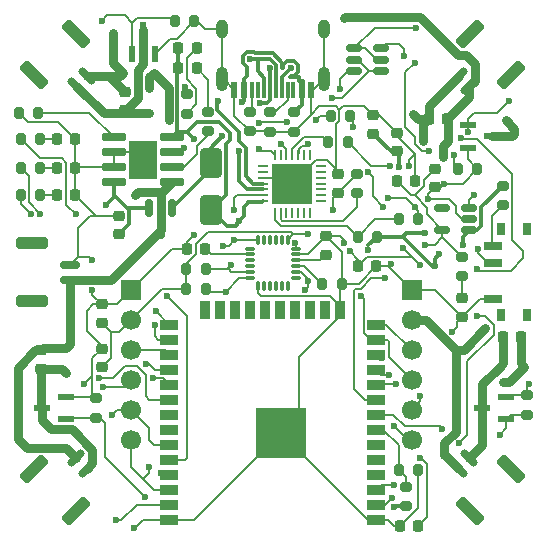
<source format=gbr>
%TF.GenerationSoftware,KiCad,Pcbnew,9.0.6*%
%TF.CreationDate,2026-01-08T21:46:16-05:00*%
%TF.ProjectId,espdroneea,65737064-726f-46e6-9565-612e6b696361,rev?*%
%TF.SameCoordinates,Original*%
%TF.FileFunction,Copper,L1,Top*%
%TF.FilePolarity,Positive*%
%FSLAX46Y46*%
G04 Gerber Fmt 4.6, Leading zero omitted, Abs format (unit mm)*
G04 Created by KiCad (PCBNEW 9.0.6) date 2026-01-08 21:46:16*
%MOMM*%
%LPD*%
G01*
G04 APERTURE LIST*
G04 Aperture macros list*
%AMRoundRect*
0 Rectangle with rounded corners*
0 $1 Rounding radius*
0 $2 $3 $4 $5 $6 $7 $8 $9 X,Y pos of 4 corners*
0 Add a 4 corners polygon primitive as box body*
4,1,4,$2,$3,$4,$5,$6,$7,$8,$9,$2,$3,0*
0 Add four circle primitives for the rounded corners*
1,1,$1+$1,$2,$3*
1,1,$1+$1,$4,$5*
1,1,$1+$1,$6,$7*
1,1,$1+$1,$8,$9*
0 Add four rect primitives between the rounded corners*
20,1,$1+$1,$2,$3,$4,$5,0*
20,1,$1+$1,$4,$5,$6,$7,0*
20,1,$1+$1,$6,$7,$8,$9,0*
20,1,$1+$1,$8,$9,$2,$3,0*%
G04 Aperture macros list end*
%TA.AperFunction,SMDPad,CuDef*%
%ADD10RoundRect,0.225000X0.250000X-0.225000X0.250000X0.225000X-0.250000X0.225000X-0.250000X-0.225000X0*%
%TD*%
%TA.AperFunction,SMDPad,CuDef*%
%ADD11RoundRect,0.200000X-0.200000X-0.275000X0.200000X-0.275000X0.200000X0.275000X-0.200000X0.275000X0*%
%TD*%
%TA.AperFunction,SMDPad,CuDef*%
%ADD12RoundRect,0.225000X-0.225000X-0.250000X0.225000X-0.250000X0.225000X0.250000X-0.225000X0.250000X0*%
%TD*%
%TA.AperFunction,SMDPad,CuDef*%
%ADD13R,0.800000X1.000000*%
%TD*%
%TA.AperFunction,SMDPad,CuDef*%
%ADD14R,1.500000X0.700000*%
%TD*%
%TA.AperFunction,SMDPad,CuDef*%
%ADD15RoundRect,0.200000X-0.275000X0.200000X-0.275000X-0.200000X0.275000X-0.200000X0.275000X0.200000X0*%
%TD*%
%TA.AperFunction,SMDPad,CuDef*%
%ADD16RoundRect,0.250000X0.650000X-1.000000X0.650000X1.000000X-0.650000X1.000000X-0.650000X-1.000000X0*%
%TD*%
%TA.AperFunction,SMDPad,CuDef*%
%ADD17RoundRect,0.218750X0.218750X0.256250X-0.218750X0.256250X-0.218750X-0.256250X0.218750X-0.256250X0*%
%TD*%
%TA.AperFunction,SMDPad,CuDef*%
%ADD18RoundRect,0.225000X-0.250000X0.225000X-0.250000X-0.225000X0.250000X-0.225000X0.250000X0.225000X0*%
%TD*%
%TA.AperFunction,SMDPad,CuDef*%
%ADD19RoundRect,0.075000X-0.910000X-0.225000X0.910000X-0.225000X0.910000X0.225000X-0.910000X0.225000X0*%
%TD*%
%TA.AperFunction,SMDPad,CuDef*%
%ADD20R,2.413000X3.302000*%
%TD*%
%TA.AperFunction,SMDPad,CuDef*%
%ADD21RoundRect,0.225000X0.225000X0.250000X-0.225000X0.250000X-0.225000X-0.250000X0.225000X-0.250000X0*%
%TD*%
%TA.AperFunction,SMDPad,CuDef*%
%ADD22RoundRect,0.200000X0.275000X-0.200000X0.275000X0.200000X-0.275000X0.200000X-0.275000X-0.200000X0*%
%TD*%
%TA.AperFunction,SMDPad,CuDef*%
%ADD23R,1.320800X0.558800*%
%TD*%
%TA.AperFunction,SMDPad,CuDef*%
%ADD24RoundRect,0.062500X-0.337500X-0.062500X0.337500X-0.062500X0.337500X0.062500X-0.337500X0.062500X0*%
%TD*%
%TA.AperFunction,SMDPad,CuDef*%
%ADD25RoundRect,0.062500X-0.062500X-0.337500X0.062500X-0.337500X0.062500X0.337500X-0.062500X0.337500X0*%
%TD*%
%TA.AperFunction,HeatsinkPad*%
%ADD26R,3.350000X3.350000*%
%TD*%
%TA.AperFunction,SMDPad,CuDef*%
%ADD27RoundRect,0.150000X-0.601041X-0.388909X-0.388909X-0.601041X0.601041X0.388909X0.388909X0.601041X0*%
%TD*%
%TA.AperFunction,SMDPad,CuDef*%
%ADD28RoundRect,0.250000X-0.954594X-0.601041X-0.601041X-0.954594X0.954594X0.601041X0.601041X0.954594X0*%
%TD*%
%TA.AperFunction,SMDPad,CuDef*%
%ADD29RoundRect,0.150000X-0.150000X0.587500X-0.150000X-0.587500X0.150000X-0.587500X0.150000X0.587500X0*%
%TD*%
%TA.AperFunction,SMDPad,CuDef*%
%ADD30RoundRect,0.112500X0.187500X0.112500X-0.187500X0.112500X-0.187500X-0.112500X0.187500X-0.112500X0*%
%TD*%
%TA.AperFunction,SMDPad,CuDef*%
%ADD31RoundRect,0.112500X-0.112500X0.187500X-0.112500X-0.187500X0.112500X-0.187500X0.112500X0.187500X0*%
%TD*%
%TA.AperFunction,SMDPad,CuDef*%
%ADD32RoundRect,0.075000X0.075000X-0.350000X0.075000X0.350000X-0.075000X0.350000X-0.075000X-0.350000X0*%
%TD*%
%TA.AperFunction,SMDPad,CuDef*%
%ADD33RoundRect,0.075000X0.350000X0.075000X-0.350000X0.075000X-0.350000X-0.075000X0.350000X-0.075000X0*%
%TD*%
%TA.AperFunction,SMDPad,CuDef*%
%ADD34R,0.600000X1.450000*%
%TD*%
%TA.AperFunction,SMDPad,CuDef*%
%ADD35R,0.300000X1.450000*%
%TD*%
%TA.AperFunction,ComponentPad*%
%ADD36O,1.000000X2.100000*%
%TD*%
%TA.AperFunction,ComponentPad*%
%ADD37O,1.000000X1.600000*%
%TD*%
%TA.AperFunction,SMDPad,CuDef*%
%ADD38RoundRect,0.150000X0.512500X0.150000X-0.512500X0.150000X-0.512500X-0.150000X0.512500X-0.150000X0*%
%TD*%
%TA.AperFunction,SMDPad,CuDef*%
%ADD39RoundRect,0.200000X0.200000X0.275000X-0.200000X0.275000X-0.200000X-0.275000X0.200000X-0.275000X0*%
%TD*%
%TA.AperFunction,SMDPad,CuDef*%
%ADD40RoundRect,0.150000X0.388909X-0.601041X0.601041X-0.388909X-0.388909X0.601041X-0.601041X0.388909X0*%
%TD*%
%TA.AperFunction,SMDPad,CuDef*%
%ADD41RoundRect,0.250000X0.601041X-0.954594X0.954594X-0.601041X-0.601041X0.954594X-0.954594X0.601041X0*%
%TD*%
%TA.AperFunction,SMDPad,CuDef*%
%ADD42RoundRect,0.150000X-0.700000X0.150000X-0.700000X-0.150000X0.700000X-0.150000X0.700000X0.150000X0*%
%TD*%
%TA.AperFunction,SMDPad,CuDef*%
%ADD43RoundRect,0.250000X-1.100000X0.250000X-1.100000X-0.250000X1.100000X-0.250000X1.100000X0.250000X0*%
%TD*%
%TA.AperFunction,ComponentPad*%
%ADD44R,1.700000X1.700000*%
%TD*%
%TA.AperFunction,ComponentPad*%
%ADD45C,1.700000*%
%TD*%
%TA.AperFunction,SMDPad,CuDef*%
%ADD46RoundRect,0.150000X-0.388909X0.601041X-0.601041X0.388909X0.388909X-0.601041X0.601041X-0.388909X0*%
%TD*%
%TA.AperFunction,SMDPad,CuDef*%
%ADD47RoundRect,0.250000X-0.601041X0.954594X-0.954594X0.601041X0.601041X-0.954594X0.954594X-0.601041X0*%
%TD*%
%TA.AperFunction,SMDPad,CuDef*%
%ADD48R,1.500000X0.900000*%
%TD*%
%TA.AperFunction,SMDPad,CuDef*%
%ADD49R,0.900000X1.500000*%
%TD*%
%TA.AperFunction,SMDPad,CuDef*%
%ADD50R,1.050000X1.050000*%
%TD*%
%TA.AperFunction,HeatsinkPad*%
%ADD51C,0.600000*%
%TD*%
%TA.AperFunction,HeatsinkPad*%
%ADD52R,4.200000X4.200000*%
%TD*%
%TA.AperFunction,SMDPad,CuDef*%
%ADD53RoundRect,0.218750X0.256250X-0.218750X0.256250X0.218750X-0.256250X0.218750X-0.256250X-0.218750X0*%
%TD*%
%TA.AperFunction,SMDPad,CuDef*%
%ADD54RoundRect,0.150000X0.601041X0.388909X0.388909X0.601041X-0.601041X-0.388909X-0.388909X-0.601041X0*%
%TD*%
%TA.AperFunction,SMDPad,CuDef*%
%ADD55RoundRect,0.250000X0.954594X0.601041X0.601041X0.954594X-0.954594X-0.601041X-0.601041X-0.954594X0*%
%TD*%
%TA.AperFunction,SMDPad,CuDef*%
%ADD56R,0.558800X1.320800*%
%TD*%
%TA.AperFunction,ViaPad*%
%ADD57C,0.600000*%
%TD*%
%TA.AperFunction,Conductor*%
%ADD58C,0.300000*%
%TD*%
%TA.AperFunction,Conductor*%
%ADD59C,0.200000*%
%TD*%
%TA.AperFunction,Conductor*%
%ADD60C,0.780000*%
%TD*%
G04 APERTURE END LIST*
D10*
%TO.P,C7,1*%
%TO.N,Net-(U4-REGOUT)*%
X127000000Y-121025000D03*
%TO.P,C7,2*%
%TO.N,GND*%
X127000000Y-119475000D03*
%TD*%
D11*
%TO.P,R24,1*%
%TO.N,/ESP32/LED2*%
X101137500Y-113650000D03*
%TO.P,R24,2*%
%TO.N,Net-(D10-A)*%
X102787500Y-113650000D03*
%TD*%
D12*
%TO.P,C2,1*%
%TO.N,+3V3*%
X132975000Y-114750000D03*
%TO.P,C2,2*%
%TO.N,GND*%
X134525000Y-114750000D03*
%TD*%
D13*
%TO.P,SW1,*%
%TO.N,*%
X141790000Y-126150000D03*
X144000000Y-126150000D03*
X141790000Y-118850000D03*
X144000000Y-118850000D03*
D14*
%TO.P,SW1,1,A*%
%TO.N,GND*%
X141140000Y-124750000D03*
%TO.P,SW1,2,B*%
%TO.N,LDO_EN*%
X141140000Y-121750000D03*
%TO.P,SW1,3,C*%
%TO.N,Net-(SW1-C)*%
X141140000Y-120250000D03*
%TD*%
D11*
%TO.P,R7,1*%
%TO.N,Net-(U4-AD0)*%
X126675000Y-123500000D03*
%TO.P,R7,2*%
%TO.N,GND*%
X128325000Y-123500000D03*
%TD*%
D15*
%TO.P,R14,1*%
%TO.N,Net-(D7-K)*%
X117000000Y-108925000D03*
%TO.P,R14,2*%
%TO.N,Net-(U5-~{STDBY})*%
X117000000Y-110575000D03*
%TD*%
D11*
%TO.P,R9,1*%
%TO.N,/ESP32/Motor2*%
X138175000Y-113750000D03*
%TO.P,R9,2*%
%TO.N,GND*%
X139825000Y-113750000D03*
%TD*%
D16*
%TO.P,D1,1,K*%
%TO.N,+VBus*%
X117250000Y-117250000D03*
%TO.P,D1,2,A*%
%TO.N,+5V*%
X117250000Y-113250000D03*
%TD*%
D11*
%TO.P,R25,1*%
%TO.N,/ESP32/LED3*%
X101137500Y-111250000D03*
%TO.P,R25,2*%
%TO.N,Net-(D11-A)*%
X102787500Y-111250000D03*
%TD*%
D17*
%TO.P,D7,1,K*%
%TO.N,Net-(D7-K)*%
X116037500Y-105250000D03*
%TO.P,D7,2,A*%
%TO.N,+VBus*%
X114462500Y-105250000D03*
%TD*%
D11*
%TO.P,R22,1*%
%TO.N,/ESP32/RXD*%
X127175000Y-111500000D03*
%TO.P,R22,2*%
%TO.N,/ESP32/TX*%
X128825000Y-111500000D03*
%TD*%
D18*
%TO.P,C16,1*%
%TO.N,+3V3*%
X136250000Y-113725000D03*
%TO.P,C16,2*%
%TO.N,GND*%
X136250000Y-115275000D03*
%TD*%
D15*
%TO.P,R2,1*%
%TO.N,/Power/CC1*%
X122300000Y-108975000D03*
%TO.P,R2,2*%
%TO.N,GND*%
X122300000Y-110625000D03*
%TD*%
D19*
%TO.P,U5,1,TEMP*%
%TO.N,Net-(U5-TEMP)*%
X109025000Y-111085000D03*
%TO.P,U5,2,PROG*%
%TO.N,GND*%
X109025000Y-112355000D03*
%TO.P,U5,3,GND*%
X109025000Y-113625000D03*
%TO.P,U5,4,VCC*%
%TO.N,+VBus*%
X109025000Y-114895000D03*
%TO.P,U5,5,BAT*%
%TO.N,+VBatt*%
X113975000Y-114895000D03*
%TO.P,U5,6,~{STDBY}*%
%TO.N,Net-(U5-~{STDBY})*%
X113975000Y-113625000D03*
%TO.P,U5,7,~{CHRG}*%
%TO.N,Net-(U5-~{CHRG})*%
X113975000Y-112355000D03*
%TO.P,U5,8,CE*%
%TO.N,+VBus*%
X113975000Y-111085000D03*
D20*
%TO.P,U5,9,EP*%
%TO.N,GND*%
X111500000Y-112990000D03*
%TD*%
D10*
%TO.P,C4,1*%
%TO.N,+3V3*%
X108000000Y-130550000D03*
%TO.P,C4,2*%
%TO.N,GND*%
X108000000Y-129000000D03*
%TD*%
D21*
%TO.P,C8,1*%
%TO.N,Net-(U4-CPOUT)*%
X116775000Y-120500000D03*
%TO.P,C8,2*%
%TO.N,GND*%
X115225000Y-120500000D03*
%TD*%
D10*
%TO.P,C5,1*%
%TO.N,+3V3*%
X108000000Y-126775000D03*
%TO.P,C5,2*%
%TO.N,GND*%
X108000000Y-125225000D03*
%TD*%
D22*
%TO.P,R10,1*%
%TO.N,/ESP32/Motor3*%
X107500000Y-134825000D03*
%TO.P,R10,2*%
%TO.N,GND*%
X107500000Y-133175000D03*
%TD*%
D23*
%TO.P,U7,1,G*%
%TO.N,/ESP32/Motor2*%
X138984000Y-110049999D03*
%TO.P,U7,2,S*%
%TO.N,GND*%
X138984000Y-111950001D03*
%TO.P,U7,3,D*%
%TO.N,Net-(D4-A)*%
X141016000Y-111000000D03*
%TD*%
D21*
%TO.P,C10,1*%
%TO.N,+VBatt*%
X137275000Y-109500000D03*
%TO.P,C10,2*%
%TO.N,Net-(D4-A)*%
X135725000Y-109500000D03*
%TD*%
%TO.P,C12,1*%
%TO.N,+VBatt*%
X143525000Y-128000000D03*
%TO.P,C12,2*%
%TO.N,Net-(D6-A)*%
X141975000Y-128000000D03*
%TD*%
D24*
%TO.P,U1,1,~{DCD}*%
%TO.N,unconnected-(U1-~{DCD}-Pad1)*%
X121700000Y-113500000D03*
%TO.P,U1,2,~{RI}/CLK*%
%TO.N,unconnected-(U1-~{RI}{slash}CLK-Pad2)*%
X121700000Y-114000000D03*
%TO.P,U1,3,GND*%
%TO.N,GND*%
X121700000Y-114500000D03*
%TO.P,U1,4,D+*%
%TO.N,/ESP32/USB_DP*%
X121700000Y-115000000D03*
%TO.P,U1,5,D-*%
%TO.N,/ESP32/USB_DN*%
X121700000Y-115500000D03*
%TO.P,U1,6,VDD*%
%TO.N,Net-(U1-VDD)*%
X121700000Y-116000000D03*
%TO.P,U1,7,VREGIN*%
%TO.N,+VBus*%
X121700000Y-116500000D03*
D25*
%TO.P,U1,8,VBUS*%
%TO.N,Net-(U1-VBUS)*%
X122650000Y-117450000D03*
%TO.P,U1,9,~{RST}*%
%TO.N,Net-(U1-~{RST})*%
X123150000Y-117450000D03*
%TO.P,U1,10,NC*%
%TO.N,unconnected-(U1-NC-Pad10)*%
X123650000Y-117450000D03*
%TO.P,U1,11,~{SUSPEND}*%
%TO.N,unconnected-(U1-~{SUSPEND}-Pad11)*%
X124150000Y-117450000D03*
%TO.P,U1,12,SUSPEND*%
%TO.N,unconnected-(U1-SUSPEND-Pad12)*%
X124650000Y-117450000D03*
%TO.P,U1,13,CHREN*%
%TO.N,unconnected-(U1-CHREN-Pad13)*%
X125150000Y-117450000D03*
%TO.P,U1,14,CHR1*%
%TO.N,unconnected-(U1-CHR1-Pad14)*%
X125650000Y-117450000D03*
D24*
%TO.P,U1,15,CHR0*%
%TO.N,unconnected-(U1-CHR0-Pad15)*%
X126600000Y-116500000D03*
%TO.P,U1,16,~{WAKEUP}/GPIO.3*%
%TO.N,unconnected-(U1-~{WAKEUP}{slash}GPIO.3-Pad16)*%
X126600000Y-116000000D03*
%TO.P,U1,17,RS485/GPIO.2*%
%TO.N,unconnected-(U1-RS485{slash}GPIO.2-Pad17)*%
X126600000Y-115500000D03*
%TO.P,U1,18,~{RXT}/GPIO.1*%
%TO.N,unconnected-(U1-~{RXT}{slash}GPIO.1-Pad18)*%
X126600000Y-115000000D03*
%TO.P,U1,19,~{TXT}/GPIO.0*%
%TO.N,unconnected-(U1-~{TXT}{slash}GPIO.0-Pad19)*%
X126600000Y-114500000D03*
%TO.P,U1,20,GPIO.6*%
%TO.N,unconnected-(U1-GPIO.6-Pad20)*%
X126600000Y-114000000D03*
%TO.P,U1,21,GPIO.5*%
%TO.N,unconnected-(U1-GPIO.5-Pad21)*%
X126600000Y-113500000D03*
D25*
%TO.P,U1,22,GPIO.4*%
%TO.N,unconnected-(U1-GPIO.4-Pad22)*%
X125650000Y-112550000D03*
%TO.P,U1,23,~{CTS}*%
%TO.N,unconnected-(U1-~{CTS}-Pad23)*%
X125150000Y-112550000D03*
%TO.P,U1,24,~{RTS}*%
%TO.N,/ESP32/RTS*%
X124650000Y-112550000D03*
%TO.P,U1,25,RXD*%
%TO.N,/ESP32/RXD*%
X124150000Y-112550000D03*
%TO.P,U1,26,TXD*%
%TO.N,/ESP32/TXD*%
X123650000Y-112550000D03*
%TO.P,U1,27,~{DSR}*%
%TO.N,unconnected-(U1-~{DSR}-Pad27)*%
X123150000Y-112550000D03*
%TO.P,U1,28,~{DTR}*%
%TO.N,/ESP32/DTR*%
X122650000Y-112550000D03*
D26*
%TO.P,U1,29,GND*%
%TO.N,GND*%
X124150000Y-115000000D03*
%TD*%
D27*
%TO.P,J4,1,Pin_1*%
%TO.N,+VBatt*%
X105866206Y-138249911D03*
%TO.P,J4,2,Pin_2*%
%TO.N,Net-(D5-A)*%
X106750089Y-139133794D03*
D28*
%TO.P,J4,MP*%
%TO.N,N/C*%
X102295317Y-139204505D03*
X105795495Y-142704683D03*
%TD*%
D29*
%TO.P,Q1,1,G*%
%TO.N,+5V*%
X113950000Y-117062500D03*
%TO.P,Q1,2,S*%
%TO.N,+VBus*%
X112050000Y-117062500D03*
%TO.P,Q1,3,D*%
%TO.N,+VBatt*%
X113000000Y-118937500D03*
%TD*%
D11*
%TO.P,R5,1*%
%TO.N,+3V3*%
X115175000Y-122250000D03*
%TO.P,R5,2*%
%TO.N,/ESP32/SCL*%
X116825000Y-122250000D03*
%TD*%
D15*
%TO.P,R4,1*%
%TO.N,+3V3*%
X138500000Y-121175000D03*
%TO.P,R4,2*%
%TO.N,Net-(D2-A)*%
X138500000Y-122825000D03*
%TD*%
D30*
%TO.P,D6,1,K*%
%TO.N,+VBatt*%
X143800000Y-130500000D03*
%TO.P,D6,2,A*%
%TO.N,Net-(D6-A)*%
X141700000Y-130500000D03*
%TD*%
D22*
%TO.P,R15,1*%
%TO.N,Net-(D8-K)*%
X115250000Y-109075000D03*
%TO.P,R15,2*%
%TO.N,Net-(U5-~{CHRG})*%
X115250000Y-107425000D03*
%TD*%
D17*
%TO.P,D11,1,K*%
%TO.N,GND*%
X105787500Y-111240000D03*
%TO.P,D11,2,A*%
%TO.N,Net-(D11-A)*%
X104212500Y-111240000D03*
%TD*%
D31*
%TO.P,D5,1,K*%
%TO.N,+VBatt*%
X105000000Y-128950000D03*
%TO.P,D5,2,A*%
%TO.N,Net-(D5-A)*%
X105000000Y-131050000D03*
%TD*%
D15*
%TO.P,R17,1*%
%TO.N,+VBus*%
X142000000Y-115175000D03*
%TO.P,R17,2*%
%TO.N,Net-(SW1-C)*%
X142000000Y-116825000D03*
%TD*%
D32*
%TO.P,U4,1,CLKIN*%
%TO.N,GND*%
X121250000Y-123700000D03*
%TO.P,U4,2,NC*%
%TO.N,unconnected-(U4-NC-Pad2)*%
X121750000Y-123700000D03*
%TO.P,U4,3,NC*%
%TO.N,unconnected-(U4-NC-Pad3)*%
X122250000Y-123700000D03*
%TO.P,U4,4,NC*%
%TO.N,unconnected-(U4-NC-Pad4)*%
X122750000Y-123700000D03*
%TO.P,U4,5,NC*%
%TO.N,unconnected-(U4-NC-Pad5)*%
X123250000Y-123700000D03*
%TO.P,U4,6,AUX_DA*%
%TO.N,unconnected-(U4-AUX_DA-Pad6)*%
X123750000Y-123700000D03*
D33*
%TO.P,U4,7,AUX_CL*%
%TO.N,unconnected-(U4-AUX_CL-Pad7)*%
X124450000Y-123000000D03*
%TO.P,U4,8,VLOGIC*%
%TO.N,+3V3*%
X124450000Y-122500000D03*
%TO.P,U4,9,AD0*%
%TO.N,Net-(U4-AD0)*%
X124450000Y-122000000D03*
%TO.P,U4,10,REGOUT*%
%TO.N,Net-(U4-REGOUT)*%
X124450000Y-121500000D03*
%TO.P,U4,11,FSYNC*%
%TO.N,GND*%
X124450000Y-121000000D03*
%TO.P,U4,12,INT*%
%TO.N,/ESP32/SRV2*%
X124450000Y-120500000D03*
D32*
%TO.P,U4,13,VDD*%
%TO.N,+3V3*%
X123750000Y-119800000D03*
%TO.P,U4,14,NC*%
%TO.N,unconnected-(U4-NC-Pad14)*%
X123250000Y-119800000D03*
%TO.P,U4,15,NC*%
%TO.N,unconnected-(U4-NC-Pad15)*%
X122750000Y-119800000D03*
%TO.P,U4,16,NC*%
%TO.N,unconnected-(U4-NC-Pad16)*%
X122250000Y-119800000D03*
%TO.P,U4,17,NC*%
%TO.N,unconnected-(U4-NC-Pad17)*%
X121750000Y-119800000D03*
%TO.P,U4,18,GND*%
%TO.N,GND*%
X121250000Y-119800000D03*
D33*
%TO.P,U4,19,RESV*%
%TO.N,unconnected-(U4-RESV-Pad19)*%
X120550000Y-120500000D03*
%TO.P,U4,20,CPOUT*%
%TO.N,Net-(U4-CPOUT)*%
X120550000Y-121000000D03*
%TO.P,U4,21,RESV*%
%TO.N,unconnected-(U4-RESV-Pad21)*%
X120550000Y-121500000D03*
%TO.P,U4,22,RESV*%
%TO.N,unconnected-(U4-RESV-Pad22)*%
X120550000Y-122000000D03*
%TO.P,U4,23,SCL*%
%TO.N,/ESP32/SCL*%
X120550000Y-122500000D03*
%TO.P,U4,24,SDA*%
%TO.N,/ESP32/SDA*%
X120550000Y-123000000D03*
%TD*%
D34*
%TO.P,J1,A1,GND*%
%TO.N,GND*%
X125750000Y-107045000D03*
%TO.P,J1,A4,VBUS*%
%TO.N,+5V*%
X124950000Y-107045000D03*
D35*
%TO.P,J1,A5,CC1*%
%TO.N,/Power/CC1*%
X123750000Y-107045000D03*
%TO.P,J1,A6,D+*%
%TO.N,/ESP32/USB_DP*%
X122750000Y-107045000D03*
%TO.P,J1,A7,D-*%
%TO.N,/ESP32/USB_DN*%
X122250000Y-107045000D03*
%TO.P,J1,A8,SBU1*%
%TO.N,unconnected-(J1-SBU1-PadA8)*%
X121250000Y-107045000D03*
D34*
%TO.P,J1,A9,VBUS*%
%TO.N,+5V*%
X120050000Y-107045000D03*
%TO.P,J1,A12,GND*%
%TO.N,GND*%
X119250000Y-107045000D03*
%TO.P,J1,B1,GND*%
X119250000Y-107045000D03*
%TO.P,J1,B4,VBUS*%
%TO.N,+5V*%
X120050000Y-107045000D03*
D35*
%TO.P,J1,B5,CC2*%
%TO.N,/Power/CC2*%
X120750000Y-107045000D03*
%TO.P,J1,B6,D+*%
%TO.N,/ESP32/USB_DP*%
X121750000Y-107045000D03*
%TO.P,J1,B7,D-*%
%TO.N,/ESP32/USB_DN*%
X123250000Y-107045000D03*
%TO.P,J1,B8,SBU2*%
%TO.N,unconnected-(J1-SBU2-PadB8)*%
X124250000Y-107045000D03*
D34*
%TO.P,J1,B9,VBUS*%
%TO.N,+5V*%
X124950000Y-107045000D03*
%TO.P,J1,B12,GND*%
%TO.N,GND*%
X125750000Y-107045000D03*
D36*
%TO.P,J1,S1,SHIELD*%
X126820000Y-106130000D03*
D37*
X126820000Y-101950000D03*
D36*
X118180000Y-106130000D03*
D37*
X118180000Y-101950000D03*
%TD*%
D38*
%TO.P,U2,1,IN*%
%TO.N,+VBus*%
X139137500Y-118950000D03*
%TO.P,U2,2,GND*%
%TO.N,GND*%
X139137500Y-118000000D03*
%TO.P,U2,3,EN*%
%TO.N,LDO_EN*%
X139137500Y-117050000D03*
%TO.P,U2,4,BP*%
%TO.N,unconnected-(U2-BP-Pad4)*%
X136862500Y-117050000D03*
%TO.P,U2,5,OUT*%
%TO.N,+3V3*%
X136862500Y-118950000D03*
%TD*%
D39*
%TO.P,R16,1*%
%TO.N,Net-(U5-TEMP)*%
X102650000Y-109000000D03*
%TO.P,R16,2*%
%TO.N,GND*%
X101000000Y-109000000D03*
%TD*%
D40*
%TO.P,J5,1,Pin_1*%
%TO.N,+VBatt*%
X138249911Y-139133794D03*
%TO.P,J5,2,Pin_2*%
%TO.N,Net-(D6-A)*%
X139133794Y-138249911D03*
D41*
%TO.P,J5,MP*%
%TO.N,N/C*%
X139204505Y-142704683D03*
X142704683Y-139204505D03*
%TD*%
D42*
%TO.P,J6,1,Pin_1*%
%TO.N,GND*%
X105350000Y-121875000D03*
%TO.P,J6,2,Pin_2*%
%TO.N,+VBatt*%
X105350000Y-123125000D03*
D43*
%TO.P,J6,MP*%
%TO.N,N/C*%
X102150000Y-120025000D03*
X102150000Y-124975000D03*
%TD*%
D10*
%TO.P,C13,1*%
%TO.N,Net-(U1-VDD)*%
X128000000Y-115775000D03*
%TO.P,C13,2*%
%TO.N,GND*%
X128000000Y-114225000D03*
%TD*%
D44*
%TO.P,J7,1,Pin_1*%
%TO.N,GND*%
X110500000Y-124000000D03*
D45*
%TO.P,J7,2,Pin_2*%
%TO.N,+3V3*%
X110500000Y-126540000D03*
%TO.P,J7,3,Pin_3*%
%TO.N,/ESP32/RXD2*%
X110500000Y-129080000D03*
%TO.P,J7,4,Pin_4*%
%TO.N,/ESP32/TXD2*%
X110500000Y-131620000D03*
%TO.P,J7,5,Pin_5*%
%TO.N,/ESP32/SDA*%
X110500000Y-134160000D03*
%TO.P,J7,6,Pin_6*%
%TO.N,/ESP32/SCL*%
X110500000Y-136700000D03*
%TD*%
D31*
%TO.P,D3,1,K*%
%TO.N,+VBatt*%
X112000000Y-106950000D03*
%TO.P,D3,2,A*%
%TO.N,Net-(D3-A)*%
X112000000Y-109050000D03*
%TD*%
D11*
%TO.P,R21,1*%
%TO.N,/ESP32/TXD*%
X127425000Y-109250000D03*
%TO.P,R21,2*%
%TO.N,/ESP32/RX*%
X129075000Y-109250000D03*
%TD*%
D21*
%TO.P,C3,1*%
%TO.N,/ESP32/EN*%
X134775000Y-144000000D03*
%TO.P,C3,2*%
%TO.N,GND*%
X133225000Y-144000000D03*
%TD*%
D11*
%TO.P,R19,1*%
%TO.N,Net-(U1-VBUS)*%
X133175000Y-118000000D03*
%TO.P,R19,2*%
%TO.N,GND*%
X134825000Y-118000000D03*
%TD*%
D22*
%TO.P,R20,1*%
%TO.N,Net-(U1-~{RST})*%
X129600000Y-115825000D03*
%TO.P,R20,2*%
%TO.N,Net-(U1-VDD)*%
X129600000Y-114175000D03*
%TD*%
D18*
%TO.P,C11,1*%
%TO.N,+VBatt*%
X102860000Y-129132500D03*
%TO.P,C11,2*%
%TO.N,Net-(D5-A)*%
X102860000Y-130682500D03*
%TD*%
D22*
%TO.P,R12,1*%
%TO.N,+VBus*%
X133750000Y-142325000D03*
%TO.P,R12,2*%
%TO.N,/ESP32/BATTERY_VDC*%
X133750000Y-140675000D03*
%TD*%
D44*
%TO.P,J8,1,Pin_1*%
%TO.N,GND*%
X134250000Y-124000000D03*
D45*
%TO.P,J8,2,Pin_2*%
%TO.N,+VBatt*%
X134250000Y-126540000D03*
%TO.P,J8,3,Pin_3*%
%TO.N,/ESP32/SRV1*%
X134250000Y-129080000D03*
%TO.P,J8,4,Pin_4*%
%TO.N,/ESP32/SRV2*%
X134250000Y-131620000D03*
%TO.P,J8,5,Pin_5*%
%TO.N,/ESP32/SRV3*%
X134250000Y-134160000D03*
%TO.P,J8,6,Pin_6*%
%TO.N,/ESP32/SRV4*%
X134250000Y-136700000D03*
%TD*%
D12*
%TO.P,C6,1*%
%TO.N,+3V3*%
X129725000Y-122000000D03*
%TO.P,C6,2*%
%TO.N,GND*%
X131275000Y-122000000D03*
%TD*%
D15*
%TO.P,R3,1*%
%TO.N,/Power/CC2*%
X120550000Y-108925000D03*
%TO.P,R3,2*%
%TO.N,GND*%
X120550000Y-110575000D03*
%TD*%
D46*
%TO.P,J2,1,Pin_1*%
%TO.N,+VBatt*%
X106750089Y-105866206D03*
%TO.P,J2,2,Pin_2*%
%TO.N,Net-(D3-A)*%
X105866206Y-106750089D03*
D47*
%TO.P,J2,MP*%
%TO.N,N/C*%
X105795495Y-102295317D03*
X102295317Y-105795495D03*
%TD*%
D30*
%TO.P,D4,1,K*%
%TO.N,+VBatt*%
X137350000Y-111400000D03*
%TO.P,D4,2,A*%
%TO.N,Net-(D4-A)*%
X135250000Y-111400000D03*
%TD*%
D10*
%TO.P,C15,1*%
%TO.N,+VBus*%
X131000000Y-110775000D03*
%TO.P,C15,2*%
%TO.N,GND*%
X131000000Y-109225000D03*
%TD*%
D11*
%TO.P,R23,1*%
%TO.N,/ESP32/LED1*%
X101137500Y-116000000D03*
%TO.P,R23,2*%
%TO.N,Net-(D9-A)*%
X102787500Y-116000000D03*
%TD*%
D15*
%TO.P,R1,1*%
%TO.N,+5V*%
X124300000Y-108975000D03*
%TO.P,R1,2*%
%TO.N,GND*%
X124300000Y-110625000D03*
%TD*%
D11*
%TO.P,R13,1*%
%TO.N,/ESP32/BATTERY_VDC*%
X133175000Y-139250000D03*
%TO.P,R13,2*%
%TO.N,GND*%
X134825000Y-139250000D03*
%TD*%
D17*
%TO.P,D10,1,K*%
%TO.N,GND*%
X105787500Y-113650000D03*
%TO.P,D10,2,A*%
%TO.N,Net-(D10-A)*%
X104212500Y-113650000D03*
%TD*%
D38*
%TO.P,Q2,1,1*%
%TO.N,/ESP32/RTS*%
X131637500Y-105450000D03*
%TO.P,Q2,2,2*%
%TO.N,/ESP32/DTR*%
X131637500Y-104500000D03*
%TO.P,Q2,3,3*%
%TO.N,/ESP32/Boot*%
X131637500Y-103550000D03*
%TO.P,Q2,4,4*%
%TO.N,/ESP32/DTR*%
X129362500Y-103550000D03*
%TO.P,Q2,5,5*%
%TO.N,/ESP32/RTS*%
X129362500Y-104500000D03*
%TO.P,Q2,6,6*%
%TO.N,/ESP32/EN*%
X129362500Y-105450000D03*
%TD*%
D23*
%TO.P,U8,1,G*%
%TO.N,/ESP32/Motor3*%
X105016000Y-134950001D03*
%TO.P,U8,2,S*%
%TO.N,GND*%
X105016000Y-133049999D03*
%TO.P,U8,3,D*%
%TO.N,Net-(D5-A)*%
X102984000Y-134000000D03*
%TD*%
D39*
%TO.P,R18,1*%
%TO.N,+VBus*%
X131325000Y-119500000D03*
%TO.P,R18,2*%
%TO.N,Net-(U1-VBUS)*%
X129675000Y-119500000D03*
%TD*%
D23*
%TO.P,U9,1,G*%
%TO.N,/ESP32/Motor4*%
X142266000Y-134950001D03*
%TO.P,U9,2,S*%
%TO.N,GND*%
X142266000Y-133049999D03*
%TO.P,U9,3,D*%
%TO.N,Net-(D6-A)*%
X140234000Y-134000000D03*
%TD*%
D18*
%TO.P,C9,1*%
%TO.N,+VBatt*%
X110000000Y-107225000D03*
%TO.P,C9,2*%
%TO.N,Net-(D3-A)*%
X110000000Y-108775000D03*
%TD*%
D11*
%TO.P,R8,1*%
%TO.N,/ESP32/Motor1*%
X114175000Y-101250000D03*
%TO.P,R8,2*%
%TO.N,GND*%
X115825000Y-101250000D03*
%TD*%
D17*
%TO.P,D9,1,K*%
%TO.N,GND*%
X105762500Y-116000000D03*
%TO.P,D9,2,A*%
%TO.N,Net-(D9-A)*%
X104187500Y-116000000D03*
%TD*%
%TO.P,D8,1,K*%
%TO.N,Net-(D8-K)*%
X116075000Y-103500000D03*
%TO.P,D8,2,A*%
%TO.N,+VBus*%
X114500000Y-103500000D03*
%TD*%
D48*
%TO.P,U3,1,GND*%
%TO.N,GND*%
X131250000Y-143450000D03*
%TO.P,U3,2,VDD*%
%TO.N,+3V3*%
X131250000Y-142180000D03*
%TO.P,U3,3,EN*%
%TO.N,/ESP32/EN*%
X131250000Y-140910000D03*
%TO.P,U3,4,SENSOR_VP*%
%TO.N,unconnected-(U3-SENSOR_VP-Pad4)*%
X131250000Y-139640000D03*
%TO.P,U3,5,SENSOR_VN*%
%TO.N,unconnected-(U3-SENSOR_VN-Pad5)*%
X131250000Y-138370000D03*
%TO.P,U3,6,IO34*%
%TO.N,unconnected-(U3-IO34-Pad6)*%
X131250000Y-137100000D03*
%TO.P,U3,7,IO35*%
%TO.N,/ESP32/BATTERY_VDC*%
X131250000Y-135830000D03*
%TO.P,U3,8,IO32*%
%TO.N,/ESP32/Motor3*%
X131250000Y-134560000D03*
%TO.P,U3,9,IO33*%
%TO.N,/ESP32/Motor2*%
X131250000Y-133290000D03*
%TO.P,U3,10,IO25*%
%TO.N,/ESP32/Motor4*%
X131250000Y-132020000D03*
%TO.P,U3,11,IO26*%
%TO.N,/ESP32/SRV4*%
X131250000Y-130750000D03*
%TO.P,U3,12,IO27*%
%TO.N,/ESP32/SRV3*%
X131250000Y-129480000D03*
%TO.P,U3,13,IO14*%
%TO.N,/ESP32/SRV2*%
X131250000Y-128210000D03*
%TO.P,U3,14,IO12*%
%TO.N,/ESP32/SRV1*%
X131250000Y-126940000D03*
D49*
%TO.P,U3,15,GND*%
%TO.N,GND*%
X128210000Y-125690000D03*
%TO.P,U3,16,IO13*%
%TO.N,unconnected-(U3-IO13-Pad16)*%
X126940000Y-125690000D03*
%TO.P,U3,17,SHD/SD2*%
%TO.N,unconnected-(U3-SHD{slash}SD2-Pad17)*%
X125670000Y-125690000D03*
%TO.P,U3,18,SWP/SD3*%
%TO.N,unconnected-(U3-SWP{slash}SD3-Pad18)*%
X124400000Y-125690000D03*
%TO.P,U3,19,SCS/CMD*%
%TO.N,unconnected-(U3-SCS{slash}CMD-Pad19)*%
X123130000Y-125690000D03*
%TO.P,U3,20,SCK/CLK*%
%TO.N,unconnected-(U3-SCK{slash}CLK-Pad20)*%
X121860000Y-125690000D03*
%TO.P,U3,21,SDO/SD0*%
%TO.N,unconnected-(U3-SDO{slash}SD0-Pad21)*%
X120590000Y-125690000D03*
%TO.P,U3,22,SDI/SD1*%
%TO.N,unconnected-(U3-SDI{slash}SD1-Pad22)*%
X119320000Y-125690000D03*
%TO.P,U3,23,IO15*%
%TO.N,unconnected-(U3-IO15-Pad23)*%
X118050000Y-125690000D03*
%TO.P,U3,24,IO2*%
%TO.N,unconnected-(U3-IO2-Pad24)*%
X116780000Y-125690000D03*
D48*
%TO.P,U3,25,IO0*%
%TO.N,/ESP32/Boot*%
X113750000Y-126940000D03*
%TO.P,U3,26,IO4*%
%TO.N,/ESP32/Motor1*%
X113750000Y-128210000D03*
%TO.P,U3,27,IO16*%
%TO.N,/ESP32/RXD2*%
X113750000Y-129480000D03*
%TO.P,U3,28,IO17*%
%TO.N,/ESP32/TXD2*%
X113750000Y-130750000D03*
%TO.P,U3,29,IO5*%
%TO.N,/ESP32/LED2*%
X113750000Y-132020000D03*
%TO.P,U3,30,IO18*%
%TO.N,/ESP32/LED3*%
X113750000Y-133290000D03*
%TO.P,U3,31,IO19*%
%TO.N,unconnected-(U3-IO19-Pad31)*%
X113750000Y-134560000D03*
%TO.P,U3,32,NC*%
%TO.N,unconnected-(U3-NC-Pad32)*%
X113750000Y-135830000D03*
%TO.P,U3,33,IO21*%
%TO.N,/ESP32/SDA*%
X113750000Y-137100000D03*
%TO.P,U3,34,RXD0/IO3*%
%TO.N,/ESP32/RX*%
X113750000Y-138370000D03*
%TO.P,U3,35,TXD0/IO1*%
%TO.N,/ESP32/TX*%
X113750000Y-139640000D03*
%TO.P,U3,36,IO22*%
%TO.N,/ESP32/SCL*%
X113750000Y-140910000D03*
%TO.P,U3,37,IO23*%
%TO.N,/ESP32/LED1*%
X113750000Y-142180000D03*
%TO.P,U3,38,GND*%
%TO.N,GND*%
X113750000Y-143450000D03*
D50*
%TO.P,U3,39,GND*%
X124705000Y-137635000D03*
D51*
X124705000Y-136872500D03*
D50*
X124705000Y-136110000D03*
D51*
X124705000Y-135347500D03*
D50*
X124705000Y-134585000D03*
D51*
X123942500Y-137635000D03*
X123942500Y-136110000D03*
X123942500Y-134585000D03*
D50*
X123180000Y-137635000D03*
D51*
X123180000Y-136872500D03*
D50*
X123180000Y-136110000D03*
D52*
X123180000Y-136110000D03*
D51*
X123180000Y-135347500D03*
D50*
X123180000Y-134585000D03*
D51*
X122417500Y-137635000D03*
X122417500Y-136110000D03*
X122417500Y-134585000D03*
D50*
X121655000Y-137635000D03*
D51*
X121655000Y-136872500D03*
D50*
X121655000Y-136110000D03*
D51*
X121655000Y-135347500D03*
D50*
X121655000Y-134585000D03*
%TD*%
D11*
%TO.P,R6,1*%
%TO.N,+3V3*%
X115175000Y-123900000D03*
%TO.P,R6,2*%
%TO.N,/ESP32/SDA*%
X116825000Y-123900000D03*
%TD*%
D10*
%TO.P,C14,1*%
%TO.N,+VBus*%
X133000000Y-112275000D03*
%TO.P,C14,2*%
%TO.N,GND*%
X133000000Y-110725000D03*
%TD*%
%TO.P,C1,1*%
%TO.N,+VBus*%
X109500000Y-119275000D03*
%TO.P,C1,2*%
%TO.N,GND*%
X109500000Y-117725000D03*
%TD*%
D53*
%TO.P,D2,1,K*%
%TO.N,GND*%
X138500000Y-126287500D03*
%TO.P,D2,2,A*%
%TO.N,Net-(D2-A)*%
X138500000Y-124712500D03*
%TD*%
D22*
%TO.P,R11,1*%
%TO.N,/ESP32/Motor4*%
X144000000Y-134575000D03*
%TO.P,R11,2*%
%TO.N,GND*%
X144000000Y-132925000D03*
%TD*%
D54*
%TO.P,J3,1,Pin_1*%
%TO.N,+VBatt*%
X139133794Y-106750089D03*
%TO.P,J3,2,Pin_2*%
%TO.N,Net-(D4-A)*%
X138249911Y-105866206D03*
D55*
%TO.P,J3,MP*%
%TO.N,N/C*%
X142704683Y-105795495D03*
X139204505Y-102295317D03*
%TD*%
D56*
%TO.P,U6,1,G*%
%TO.N,/ESP32/Motor1*%
X110599998Y-104000000D03*
%TO.P,U6,2,S*%
%TO.N,GND*%
X112500000Y-104000000D03*
%TO.P,U6,3,D*%
%TO.N,Net-(D3-A)*%
X111549999Y-101968000D03*
%TD*%
D57*
%TO.N,+5V*%
X118200000Y-111000000D03*
X119917423Y-108122042D03*
%TO.N,GND*%
X107200000Y-124015000D03*
X119250000Y-119750000D03*
X115850680Y-119350680D03*
X110750000Y-144200000D03*
X107200000Y-121500000D03*
X128500000Y-120000000D03*
X132250000Y-116250000D03*
X134500000Y-117000000D03*
X134000000Y-113500000D03*
X135635816Y-116287176D03*
X118250000Y-120250000D03*
X144200000Y-132000000D03*
X106500000Y-132000000D03*
X132500000Y-121824000D03*
X137000000Y-115000000D03*
X137710366Y-127539633D03*
%TO.N,/ESP32/USB_DN*%
X119600000Y-112200000D03*
X121400000Y-108200000D03*
X124000000Y-105250000D03*
X121413541Y-108186459D03*
X122250000Y-105250000D03*
%TO.N,/ESP32/USB_DP*%
X120600000Y-104481000D03*
X117850000Y-108000000D03*
%TO.N,+3V3*%
X125500000Y-123250000D03*
X125500000Y-119307164D03*
X134940380Y-121859620D03*
X133540380Y-120459620D03*
X125250000Y-124000000D03*
X129000000Y-120750000D03*
X132600000Y-141600000D03*
X135400000Y-120200000D03*
%TO.N,/ESP32/Motor2*%
X134500000Y-104750000D03*
X142500000Y-108000000D03*
X130537263Y-114019909D03*
X139000000Y-110600000D03*
X131850000Y-116942821D03*
X137800000Y-112600000D03*
X135750000Y-112250000D03*
X132000000Y-123000000D03*
%TO.N,/ESP32/TX*%
X138400000Y-111150735D03*
X139801000Y-122250000D03*
X138254326Y-137004326D03*
X113000000Y-139500000D03*
X139801000Y-126250000D03*
X132424230Y-113485982D03*
%TO.N,/ESP32/LED3*%
X105800000Y-117600000D03*
X107800000Y-131500000D03*
%TO.N,/ESP32/Motor4*%
X132907823Y-131934602D03*
X141750000Y-136250000D03*
%TO.N,/ESP32/Motor1*%
X108000000Y-101250000D03*
X112500000Y-127000000D03*
%TO.N,/ESP32/SRV2*%
X130000000Y-124500000D03*
X124400000Y-119998527D03*
%TO.N,/ESP32/Motor3*%
X136850000Y-135750000D03*
X111667134Y-141573348D03*
%TO.N,/ESP32/LED2*%
X102800000Y-117550057D03*
X112350000Y-131500000D03*
%TO.N,/ESP32/TXD2*%
X111750000Y-130250000D03*
X108097113Y-132242784D03*
%TO.N,/ESP32/LED1*%
X102000000Y-117600000D03*
X109250000Y-143500000D03*
%TO.N,/ESP32/SRV3*%
X134999000Y-133000000D03*
X131715031Y-129799998D03*
%TO.N,/ESP32/SCL*%
X119000000Y-121885000D03*
X112000000Y-139000000D03*
%TO.N,/ESP32/EN*%
X134999000Y-138250000D03*
X132750000Y-140500000D03*
X128207870Y-107000000D03*
%TO.N,/ESP32/RX*%
X113500000Y-124500000D03*
X129250000Y-110250000D03*
%TO.N,/ESP32/SDA*%
X118499027Y-124154998D03*
X108875790Y-134624210D03*
%TO.N,/ESP32/Boot*%
X133600000Y-104200000D03*
X112600000Y-125800000D03*
%TO.N,/ESP32/SRV4*%
X132307823Y-131175986D03*
X132750000Y-135500000D03*
%TO.N,Net-(D4-A)*%
X134400000Y-109100000D03*
X142250000Y-109650000D03*
%TO.N,+VBatt*%
X113683000Y-109600000D03*
X142000000Y-131800000D03*
X109800000Y-105600000D03*
X140500000Y-127250000D03*
X136909000Y-112750000D03*
X128500000Y-101000000D03*
X110800000Y-116000000D03*
X138000000Y-132000000D03*
X109000000Y-102250000D03*
X112400000Y-105600000D03*
%TO.N,Net-(U5-~{CHRG})*%
X115074000Y-106809468D03*
X114964346Y-111964346D03*
%TO.N,+VBus*%
X136600000Y-121000000D03*
X132800000Y-142400000D03*
X119600000Y-118200000D03*
X108400000Y-116800000D03*
X138600000Y-120200000D03*
X130600000Y-120600000D03*
X136200000Y-122000000D03*
X135400000Y-119200000D03*
X115800000Y-111200000D03*
X133210883Y-113631520D03*
%TO.N,/ESP32/RTS*%
X127500000Y-107750000D03*
X125466352Y-111663078D03*
%TO.N,/ESP32/DTR*%
X134600000Y-101800000D03*
X121330822Y-112069180D03*
%TO.N,/ESP32/TXD*%
X123226535Y-111650062D03*
X123703290Y-109800000D03*
X126119391Y-109654139D03*
X121351241Y-109908257D03*
%TO.N,Net-(U1-VDD)*%
X119250000Y-117200000D03*
X127600000Y-117250000D03*
%TO.N,LDO_EN*%
X139500000Y-116000000D03*
X139889998Y-120500000D03*
%TD*%
D58*
%TO.N,+5V*%
X120050000Y-107989465D02*
X119917423Y-108122042D01*
X117250000Y-113762500D02*
X117250000Y-113250000D01*
X124269654Y-105901000D02*
X124057520Y-105901000D01*
X120336000Y-105299281D02*
X120330346Y-105293627D01*
X124057520Y-105901000D02*
X123989520Y-105969000D01*
X120869654Y-103830000D02*
X121019654Y-103980000D01*
X123349000Y-104980346D02*
X123730346Y-104599000D01*
X120050000Y-107045000D02*
X120050000Y-107989465D01*
X124751000Y-106276652D02*
X125041347Y-106276652D01*
X120330346Y-105132000D02*
X119949000Y-104750654D01*
X123730346Y-104599000D02*
X124269654Y-104599000D01*
X124269654Y-104599000D02*
X124651000Y-104980346D01*
X119949000Y-104211346D02*
X120330346Y-103830000D01*
X123302000Y-105239480D02*
X123349000Y-105192480D01*
X123302000Y-104793480D02*
X123302000Y-105239480D01*
X118200000Y-111000000D02*
X117250000Y-111950000D01*
X124950000Y-106368000D02*
X124950000Y-107045000D01*
X124651000Y-105519654D02*
X124269654Y-105901000D01*
X124950000Y-108325000D02*
X124950000Y-107045000D01*
X124651000Y-104980346D02*
X124651000Y-105519654D01*
X119949000Y-104750654D02*
X119949000Y-104211346D01*
X120050000Y-107045000D02*
X120050000Y-106186719D01*
X117250000Y-111950000D02*
X117250000Y-113250000D01*
X120330346Y-105293627D02*
X120330346Y-105132000D01*
X120050000Y-106186719D02*
X120336000Y-105900719D01*
X124300000Y-108975000D02*
X124950000Y-108325000D01*
X120336000Y-105900719D02*
X120336000Y-105299281D01*
X121019654Y-103980000D02*
X122488521Y-103980000D01*
X123989520Y-105969000D02*
X124751000Y-105969000D01*
X113950000Y-117062500D02*
X117250000Y-113762500D01*
X123349000Y-105192480D02*
X123349000Y-104980346D01*
X124751000Y-105969000D02*
X124751000Y-106276652D01*
X122488521Y-103980000D02*
X123302000Y-104793480D01*
X120330346Y-103830000D02*
X120869654Y-103830000D01*
D59*
%TO.N,GND*%
X133225000Y-144000000D02*
X132800000Y-144000000D01*
X107200000Y-131300000D02*
X106500000Y-132000000D01*
X128413936Y-108474000D02*
X128126000Y-108761936D01*
X107275000Y-125225000D02*
X106750000Y-125750000D01*
X134525000Y-114750000D02*
X134525000Y-114224890D01*
X134825000Y-118000000D02*
X134825000Y-117325000D01*
X134825000Y-139250000D02*
X134825000Y-142439064D01*
X115225000Y-120500000D02*
X114000000Y-120500000D01*
X119250000Y-119750000D02*
X118750000Y-120250000D01*
X128126000Y-108761936D02*
X128126000Y-109738064D01*
X138000000Y-116883032D02*
X137404144Y-116287176D01*
X107500000Y-117725000D02*
X107487500Y-117725000D01*
X111550000Y-143450000D02*
X113750000Y-143450000D01*
X107200000Y-132875000D02*
X107200000Y-131250000D01*
X127876000Y-109988064D02*
X127876000Y-113800000D01*
X126150000Y-113000000D02*
X127076000Y-113000000D01*
X107487500Y-117725000D02*
X105762500Y-116000000D01*
X115225000Y-120500000D02*
X115225000Y-119976360D01*
X124705000Y-137635000D02*
X130520000Y-143450000D01*
X123650000Y-114500000D02*
X124150000Y-115000000D01*
X134250000Y-124000000D02*
X136212500Y-124000000D01*
X128210000Y-125690000D02*
X128210000Y-123615000D01*
X106000000Y-121225000D02*
X105350000Y-121875000D01*
X105787500Y-111240000D02*
X105787500Y-113650000D01*
X133000000Y-110937894D02*
X134525000Y-112462894D01*
X107500000Y-133175000D02*
X107200000Y-132875000D01*
X105787500Y-113987500D02*
X105762500Y-114012500D01*
X109275000Y-125225000D02*
X110500000Y-124000000D01*
X105762500Y-114012500D02*
X105762500Y-116000000D01*
X107200000Y-131250000D02*
X107200000Y-129800000D01*
X121655000Y-137635000D02*
X115840000Y-143450000D01*
X128500000Y-120000000D02*
X128500000Y-119750000D01*
X136250000Y-115275000D02*
X136725000Y-115275000D01*
X116050000Y-101250000D02*
X116750000Y-101950000D01*
X128210000Y-125390000D02*
X128210000Y-125690000D01*
X112500000Y-104000000D02*
X113776000Y-102724000D01*
X110750000Y-144200000D02*
X110800000Y-144200000D01*
X132800000Y-144000000D02*
X132250000Y-143450000D01*
X118180000Y-101950000D02*
X118180000Y-106130000D01*
X129775000Y-123500000D02*
X128325000Y-123500000D01*
X133264064Y-144000000D02*
X133225000Y-144000000D01*
X105812500Y-113625000D02*
X105787500Y-113650000D01*
X133750000Y-116250000D02*
X134500000Y-117000000D01*
X132250000Y-116250000D02*
X133750000Y-116250000D01*
X131500000Y-109225000D02*
X133000000Y-110725000D01*
X114000000Y-120500000D02*
X110500000Y-124000000D01*
X141140000Y-124750000D02*
X140037500Y-124750000D01*
X127838064Y-108474000D02*
X126451000Y-108474000D01*
X126820000Y-106130000D02*
X126820000Y-101950000D01*
X136725000Y-115275000D02*
X137000000Y-115000000D01*
X132500000Y-121750000D02*
X132500000Y-121824000D01*
X109025000Y-112355000D02*
X109025000Y-113625000D01*
X108000000Y-125225000D02*
X107275000Y-125225000D01*
X139825000Y-113750000D02*
X138575000Y-115000000D01*
X137710366Y-127539633D02*
X138122867Y-127127132D01*
X137404144Y-116287176D02*
X135635816Y-116287176D01*
X118180000Y-106130000D02*
X118335000Y-106130000D01*
X128126000Y-109738064D02*
X127876000Y-109988064D01*
X127351000Y-124531000D02*
X128210000Y-125390000D01*
X140037500Y-124750000D02*
X138500000Y-126287500D01*
X106000000Y-118750000D02*
X106000000Y-121225000D01*
X107025000Y-117725000D02*
X106000000Y-118750000D01*
X106750000Y-125750000D02*
X106750000Y-127500000D01*
X119250000Y-119750000D02*
X119300000Y-119800000D01*
X113776000Y-102724000D02*
X114351000Y-102724000D01*
X130520000Y-143450000D02*
X131250000Y-143450000D01*
X131000000Y-109225000D02*
X130249000Y-108474000D01*
X110865000Y-112355000D02*
X111500000Y-112990000D01*
X128225000Y-119475000D02*
X127000000Y-119475000D01*
X121250000Y-123700000D02*
X121250000Y-124250000D01*
X133000000Y-110725000D02*
X133000000Y-110937894D01*
X118335000Y-106130000D02*
X119250000Y-107045000D01*
X134825000Y-142439064D02*
X133264064Y-144000000D01*
X138122867Y-126664633D02*
X138500000Y-126287500D01*
X136212500Y-124000000D02*
X138500000Y-126287500D01*
X121250000Y-124250000D02*
X121531000Y-124531000D01*
X125750000Y-109175000D02*
X125750000Y-107045000D01*
X128210000Y-126210000D02*
X124705000Y-129715000D01*
X130249000Y-108474000D02*
X128413936Y-108474000D01*
X118750000Y-120250000D02*
X118250000Y-120250000D01*
X144000000Y-132200000D02*
X144200000Y-132000000D01*
X115825000Y-101250000D02*
X116050000Y-101250000D01*
X125905000Y-107045000D02*
X126820000Y-106130000D01*
X101776000Y-109776000D02*
X101000000Y-109000000D01*
X107374999Y-133049999D02*
X107500000Y-133175000D01*
X128500000Y-119750000D02*
X128225000Y-119475000D01*
X121531000Y-124531000D02*
X127351000Y-124531000D01*
X106925000Y-121225000D02*
X107200000Y-121500000D01*
X124150000Y-115000000D02*
X126150000Y-113000000D01*
X138984000Y-111950001D02*
X138984000Y-112909000D01*
X138475001Y-118000000D02*
X138000000Y-117524999D01*
X124300000Y-110625000D02*
X122300000Y-110625000D01*
X132250000Y-122000000D02*
X132500000Y-121750000D01*
X116750000Y-101950000D02*
X118180000Y-101950000D01*
X138000000Y-117524999D02*
X138000000Y-116883032D01*
X135635816Y-115889184D02*
X136250000Y-115275000D01*
X127876000Y-113800000D02*
X127876000Y-114101000D01*
X106000000Y-121225000D02*
X106925000Y-121225000D01*
X134825000Y-117325000D02*
X134500000Y-117000000D01*
X126451000Y-108474000D02*
X125750000Y-109175000D01*
X128210000Y-125690000D02*
X128210000Y-126210000D01*
X138984000Y-112909000D02*
X139825000Y-113750000D01*
X128210000Y-123615000D02*
X128325000Y-123500000D01*
X107200000Y-124015000D02*
X107200000Y-124425000D01*
X134525000Y-112462894D02*
X134525000Y-114750000D01*
X121174000Y-119724000D02*
X121250000Y-119800000D01*
X108000000Y-128750000D02*
X108000000Y-129000000D01*
X125475000Y-121000000D02*
X124450000Y-121000000D01*
X107500000Y-117725000D02*
X107025000Y-117725000D01*
X105787500Y-111240000D02*
X104323500Y-109776000D01*
X107200000Y-131250000D02*
X107200000Y-131300000D01*
X107200000Y-124425000D02*
X108000000Y-125225000D01*
X120550000Y-110575000D02*
X122250000Y-110575000D01*
X115840000Y-143450000D02*
X113750000Y-143450000D01*
X127076000Y-113000000D02*
X127876000Y-113800000D01*
X138122867Y-127127132D02*
X138122867Y-126664633D01*
X121700000Y-114500000D02*
X123650000Y-114500000D01*
X119250000Y-109275000D02*
X120550000Y-110575000D01*
X127876000Y-114101000D02*
X128000000Y-114225000D01*
X114351000Y-102724000D02*
X115825000Y-101250000D01*
X142390999Y-132925000D02*
X142266000Y-133049999D01*
X131000000Y-109225000D02*
X131500000Y-109225000D01*
X138575000Y-115000000D02*
X137000000Y-115000000D01*
X124300000Y-110625000D02*
X125750000Y-109175000D01*
X124705000Y-129715000D02*
X124705000Y-134585000D01*
X135635816Y-116287176D02*
X135635816Y-115889184D01*
X128325000Y-120800000D02*
X127000000Y-119475000D01*
X128325000Y-123500000D02*
X128325000Y-120800000D01*
X132250000Y-122000000D02*
X134250000Y-124000000D01*
X128000000Y-114000000D02*
X128000000Y-114225000D01*
X127000000Y-119475000D02*
X125475000Y-121000000D01*
X144000000Y-132925000D02*
X144000000Y-132200000D01*
X131275000Y-122000000D02*
X129775000Y-123500000D01*
X131275000Y-122000000D02*
X132250000Y-122000000D01*
X108000000Y-125225000D02*
X109275000Y-125225000D01*
X125750000Y-107045000D02*
X125905000Y-107045000D01*
X139137500Y-118000000D02*
X138475001Y-118000000D01*
X109025000Y-113625000D02*
X105812500Y-113625000D01*
X110800000Y-144200000D02*
X111550000Y-143450000D01*
X105016000Y-133049999D02*
X107374999Y-133049999D01*
X119300000Y-119800000D02*
X121250000Y-119800000D01*
X119250000Y-107045000D02*
X119250000Y-109275000D01*
X132250000Y-143450000D02*
X131250000Y-143450000D01*
X109500000Y-117725000D02*
X107500000Y-117725000D01*
X109025000Y-112355000D02*
X110865000Y-112355000D01*
X122250000Y-110575000D02*
X122300000Y-110625000D01*
X105787500Y-113650000D02*
X105787500Y-113987500D01*
X115225000Y-119976360D02*
X115850680Y-119350680D01*
X128126000Y-108761936D02*
X127838064Y-108474000D01*
X107200000Y-129800000D02*
X108000000Y-129000000D01*
X134000000Y-113500000D02*
X134000000Y-112987894D01*
X104323500Y-109776000D02*
X101776000Y-109776000D01*
X134000000Y-112987894D02*
X134525000Y-112462894D01*
X106750000Y-127500000D02*
X108000000Y-128750000D01*
X144000000Y-132925000D02*
X142390999Y-132925000D01*
%TO.N,/Power/CC1*%
X123750000Y-107045000D02*
X123750000Y-107925000D01*
X122700000Y-108975000D02*
X123750000Y-107925000D01*
X122300000Y-108975000D02*
X122700000Y-108975000D01*
%TO.N,/Power/CC2*%
X120550000Y-108925000D02*
X120750000Y-108725000D01*
X120750000Y-108725000D02*
X120750000Y-107045000D01*
D58*
%TO.N,/ESP32/USB_DN*%
X119600000Y-112200000D02*
X119600000Y-114800000D01*
X123250000Y-106000000D02*
X123250000Y-107045000D01*
X122250000Y-107045000D02*
X122250000Y-105250000D01*
X119600000Y-114800000D02*
X120300000Y-115500000D01*
X122000000Y-108200000D02*
X122250000Y-107950000D01*
X122250000Y-107950000D02*
X122250000Y-107045000D01*
X121400000Y-108200000D02*
X122000000Y-108200000D01*
X121400000Y-108200000D02*
X121413541Y-108186459D01*
X120300000Y-115500000D02*
X121700000Y-115500000D01*
X124000000Y-105250000D02*
X123250000Y-106000000D01*
%TO.N,/ESP32/USB_DP*%
X121231000Y-104481000D02*
X121231000Y-105501000D01*
X119600000Y-110600000D02*
X117800000Y-108800000D01*
X122281000Y-104481000D02*
X121231000Y-104481000D01*
X121750000Y-106020000D02*
X121750000Y-107045000D01*
X122801000Y-106994000D02*
X122750000Y-107045000D01*
X120600000Y-104481000D02*
X121231000Y-104481000D01*
X122801000Y-105001000D02*
X122281000Y-104481000D01*
X117800000Y-108000000D02*
X117850000Y-108000000D01*
X119600000Y-111400000D02*
X120200000Y-112000000D01*
X120800000Y-115000000D02*
X120200000Y-114400000D01*
X121700000Y-115000000D02*
X120800000Y-115000000D01*
X122801000Y-105001000D02*
X122801000Y-106994000D01*
X119600000Y-110600000D02*
X119600000Y-111400000D01*
X120200000Y-114400000D02*
X120200000Y-112000000D01*
X117800000Y-108800000D02*
X117800000Y-108000000D01*
X121231000Y-105501000D02*
X121750000Y-106020000D01*
D59*
%TO.N,+3V3*%
X136250000Y-113725000D02*
X135276000Y-114699000D01*
X131250000Y-142180000D02*
X132020000Y-142180000D01*
X136862500Y-119537500D02*
X138500000Y-121175000D01*
X125500000Y-123750000D02*
X125250000Y-124000000D01*
X125500000Y-123250000D02*
X125500000Y-123750000D01*
X115175000Y-123900000D02*
X113140000Y-123900000D01*
X129725000Y-121475000D02*
X129000000Y-120750000D01*
X129725000Y-122000000D02*
X129725000Y-121475000D01*
X135276000Y-114699000D02*
X135276000Y-115224110D01*
X109489000Y-127551000D02*
X110500000Y-126540000D01*
X115976000Y-120974000D02*
X115175000Y-121775000D01*
X115976000Y-120073890D02*
X115976000Y-120974000D01*
X115175000Y-122250000D02*
X115175000Y-123900000D01*
X134500110Y-116000000D02*
X135526000Y-117025890D01*
X125500000Y-119307164D02*
X124242836Y-119307164D01*
X135276000Y-115224110D02*
X134500110Y-116000000D01*
X124242836Y-119307164D02*
X124009672Y-119074000D01*
X125500000Y-123091176D02*
X124908824Y-122500000D01*
X116975890Y-119074000D02*
X115976000Y-120073890D01*
X134500110Y-116000000D02*
X134225000Y-116000000D01*
X132020000Y-142180000D02*
X132600000Y-141600000D01*
X124908824Y-122500000D02*
X124450000Y-122500000D01*
X113140000Y-123900000D02*
X110500000Y-126540000D01*
X133540380Y-120459620D02*
X134200000Y-121119240D01*
X135526000Y-117613500D02*
X136862500Y-118950000D01*
X136862500Y-119537500D02*
X136200000Y-120200000D01*
X108776000Y-129774000D02*
X108776000Y-127551000D01*
X130501000Y-121224000D02*
X129725000Y-122000000D01*
X124242836Y-119307164D02*
X123750000Y-119800000D01*
X134200000Y-121119240D02*
X134200000Y-121224000D01*
X108776000Y-127551000D02*
X109489000Y-127551000D01*
X134225000Y-116000000D02*
X132975000Y-114750000D01*
X115175000Y-121775000D02*
X115175000Y-122250000D01*
X135526000Y-117025890D02*
X135526000Y-117613500D01*
X136200000Y-120200000D02*
X135400000Y-120200000D01*
X124009672Y-119074000D02*
X116975890Y-119074000D01*
X134200000Y-121224000D02*
X130501000Y-121224000D01*
X125500000Y-123250000D02*
X125500000Y-123091176D01*
X134940380Y-121859620D02*
X134304760Y-121224000D01*
X108776000Y-127551000D02*
X108000000Y-126775000D01*
X136862500Y-118950000D02*
X136862500Y-119537500D01*
X108000000Y-130550000D02*
X108776000Y-129774000D01*
X134304760Y-121224000D02*
X134200000Y-121224000D01*
%TO.N,/ESP32/SRV1*%
X132110000Y-126940000D02*
X131250000Y-126940000D01*
X134250000Y-129080000D02*
X132110000Y-126940000D01*
%TO.N,/ESP32/Motor2*%
X129500000Y-123901000D02*
X129941100Y-123901000D01*
X131250000Y-133290000D02*
X130300000Y-133290000D01*
X129399000Y-124002000D02*
X129500000Y-123901000D01*
X133708999Y-105541001D02*
X133708999Y-110208889D01*
X141500000Y-109000000D02*
X142500000Y-108000000D01*
X131000000Y-116092821D02*
X131850000Y-116942821D01*
X130537263Y-114019909D02*
X130593010Y-114019909D01*
X138984000Y-110049999D02*
X138984000Y-110584000D01*
X138984000Y-110049999D02*
X138984000Y-109516000D01*
X137800000Y-112600000D02*
X137800000Y-113375000D01*
X134500000Y-104750000D02*
X133708999Y-105541001D01*
X138984000Y-109516000D02*
X139500000Y-109000000D01*
X134559000Y-111686222D02*
X135122778Y-112250000D01*
X137800000Y-113375000D02*
X138175000Y-113750000D01*
X129399000Y-132389000D02*
X129399000Y-124002000D01*
X129941100Y-123901000D02*
X130842100Y-123000000D01*
X139500000Y-109000000D02*
X141500000Y-109000000D01*
X130593010Y-114019909D02*
X131000000Y-114426899D01*
X133708999Y-110208889D02*
X134559000Y-111058890D01*
X138984000Y-110584000D02*
X139000000Y-110600000D01*
X130300000Y-133290000D02*
X129399000Y-132389000D01*
X134559000Y-111058890D02*
X134559000Y-111686222D01*
X131000000Y-114426899D02*
X131000000Y-116092821D01*
X135122778Y-112250000D02*
X135750000Y-112250000D01*
X130842100Y-123000000D02*
X132000000Y-123000000D01*
%TO.N,/ESP32/BATTERY_VDC*%
X133175000Y-139250000D02*
X133175000Y-137175000D01*
X133175000Y-137175000D02*
X131830000Y-135830000D01*
X133750000Y-140675000D02*
X133750000Y-139825000D01*
X133750000Y-139825000D02*
X133175000Y-139250000D01*
X131830000Y-135830000D02*
X131250000Y-135830000D01*
%TO.N,/ESP32/TX*%
X138254326Y-137004326D02*
X138948303Y-136310349D01*
X140477222Y-126250000D02*
X139801000Y-126250000D01*
X130810982Y-113485982D02*
X128825000Y-111500000D01*
X142776000Y-119743215D02*
X142776000Y-114200201D01*
X138948303Y-130036222D02*
X141191001Y-127793524D01*
X139801000Y-122250000D02*
X139952000Y-122401000D01*
X142776000Y-114200201D02*
X139776799Y-111201000D01*
X143701000Y-120668215D02*
X142776000Y-119743215D01*
X142631785Y-122401000D02*
X143701000Y-121331785D01*
X141191001Y-127793524D02*
X141191001Y-126963779D01*
X113140000Y-139640000D02*
X113000000Y-139500000D01*
X138948303Y-136310349D02*
X138948303Y-130036222D01*
X138450265Y-111201000D02*
X138400000Y-111150735D01*
X139776799Y-111201000D02*
X138450265Y-111201000D01*
X132424230Y-113485982D02*
X130810982Y-113485982D01*
X143701000Y-121331785D02*
X143701000Y-120668215D01*
X113750000Y-139640000D02*
X113140000Y-139640000D01*
X139952000Y-122401000D02*
X142631785Y-122401000D01*
X141191001Y-126963779D02*
X140477222Y-126250000D01*
%TO.N,/ESP32/LED3*%
X110023240Y-130469000D02*
X110976760Y-130469000D01*
X111750000Y-131242240D02*
X111750000Y-133000000D01*
X101137500Y-111250000D02*
X102761500Y-112874000D01*
X102761500Y-112874000D02*
X104652600Y-112874000D01*
X107800000Y-131500000D02*
X108992240Y-131500000D01*
X108992240Y-131500000D02*
X110023240Y-130469000D01*
X105024000Y-113245400D02*
X105024000Y-116824000D01*
X110976760Y-130469000D02*
X111750000Y-131242240D01*
X104652600Y-112874000D02*
X105024000Y-113245400D01*
X112040000Y-133290000D02*
X113750000Y-133290000D01*
X111750000Y-133000000D02*
X112040000Y-133290000D01*
X105024000Y-116824000D02*
X105800000Y-117600000D01*
%TO.N,/ESP32/Motor4*%
X132907823Y-131934602D02*
X131335398Y-131934602D01*
X142641001Y-134575000D02*
X142266000Y-134950001D01*
X131335398Y-131934602D02*
X131250000Y-132020000D01*
X142266000Y-134950001D02*
X142266000Y-135734000D01*
X142266000Y-135734000D02*
X141750000Y-136250000D01*
X144000000Y-134575000D02*
X142641001Y-134575000D01*
%TO.N,/ESP32/Motor1*%
X108500000Y-100750000D02*
X109973797Y-100750000D01*
X113931600Y-101006600D02*
X114175000Y-101250000D01*
X109973797Y-100750000D02*
X110599998Y-101376201D01*
X110599998Y-104000000D02*
X110599998Y-101376201D01*
X110969599Y-101006600D02*
X113931600Y-101006600D01*
X113750000Y-128210000D02*
X112800000Y-128210000D01*
X110599998Y-101376201D02*
X110969599Y-101006600D01*
X108000000Y-101250000D02*
X108500000Y-100750000D01*
X112800000Y-128210000D02*
X112500000Y-127910000D01*
X112500000Y-127910000D02*
X112500000Y-127000000D01*
%TO.N,/ESP32/SRV2*%
X134250000Y-131620000D02*
X132301000Y-129671000D01*
X130199000Y-124699000D02*
X130000000Y-124500000D01*
X131250000Y-128210000D02*
X130718000Y-128210000D01*
X132301000Y-129671000D02*
X132301000Y-128311000D01*
X130718000Y-128210000D02*
X130199000Y-127691000D01*
X124450000Y-120500000D02*
X124450000Y-120048527D01*
X132301000Y-128311000D02*
X132200000Y-128210000D01*
X130199000Y-127691000D02*
X130199000Y-124699000D01*
X132200000Y-128210000D02*
X131250000Y-128210000D01*
X124450000Y-120048527D02*
X124400000Y-119998527D01*
%TO.N,/ESP32/Motor3*%
X136850000Y-135750000D02*
X136649000Y-135549000D01*
X132677100Y-134560000D02*
X131250000Y-134560000D01*
X108250000Y-138156214D02*
X111667134Y-141573348D01*
X136649000Y-135549000D02*
X133666100Y-135549000D01*
X107500000Y-134825000D02*
X107825000Y-134825000D01*
X133666100Y-135549000D02*
X132677100Y-134560000D01*
X107500000Y-134825000D02*
X105141001Y-134825000D01*
X107825000Y-134825000D02*
X108250000Y-135250000D01*
X108250000Y-135250000D02*
X108250000Y-138156214D01*
X105141001Y-134825000D02*
X105016000Y-134950001D01*
%TO.N,/ESP32/LED2*%
X101137500Y-113650000D02*
X101838500Y-114351000D01*
X101838500Y-114351000D02*
X101838500Y-116588557D01*
X101838500Y-116588557D02*
X102800000Y-117550057D01*
X102800000Y-117550057D02*
X102800000Y-117600000D01*
X113230000Y-131500000D02*
X113750000Y-132020000D01*
X112350000Y-131500000D02*
X113230000Y-131500000D01*
%TO.N,/ESP32/TXD2*%
X110500000Y-131620000D02*
X109877216Y-132242784D01*
X109877216Y-132242784D02*
X108097113Y-132242784D01*
X112000000Y-130250000D02*
X112500000Y-130750000D01*
X111750000Y-130250000D02*
X112000000Y-130250000D01*
X112500000Y-130750000D02*
X113750000Y-130750000D01*
%TO.N,/ESP32/LED1*%
X109250000Y-143500000D02*
X109660000Y-143500000D01*
X110980000Y-142180000D02*
X113750000Y-142180000D01*
X101137500Y-116737500D02*
X102000000Y-117600000D01*
X101137500Y-116000000D02*
X101137500Y-116737500D01*
X109660000Y-143500000D02*
X110980000Y-142180000D01*
%TO.N,/ESP32/SRV3*%
X130731000Y-129480000D02*
X131250000Y-129480000D01*
X134999000Y-133000000D02*
X134999000Y-133411000D01*
X134999000Y-133411000D02*
X134250000Y-134160000D01*
X131569998Y-129799998D02*
X131250000Y-129480000D01*
X131715031Y-129799998D02*
X131569998Y-129799998D01*
%TO.N,/ESP32/SCL*%
X111504000Y-139996000D02*
X112000000Y-139500000D01*
X112418000Y-140910000D02*
X113750000Y-140910000D01*
X110500000Y-138992000D02*
X111504000Y-139996000D01*
X116825000Y-122250000D02*
X118635000Y-122250000D01*
X111504000Y-139996000D02*
X112418000Y-140910000D01*
X118635000Y-122250000D02*
X118750000Y-122250000D01*
X112000000Y-139500000D02*
X112000000Y-139000000D01*
X119000000Y-122500000D02*
X120550000Y-122500000D01*
X110500000Y-136700000D02*
X110500000Y-138992000D01*
X118750000Y-122250000D02*
X119000000Y-122500000D01*
X119000000Y-121885000D02*
X118635000Y-122250000D01*
%TO.N,/ESP32/EN*%
X128207870Y-107000000D02*
X128207870Y-106146866D01*
X128207870Y-106146866D02*
X128904736Y-105450000D01*
X134775000Y-144000000D02*
X135526000Y-143249000D01*
X128904736Y-105450000D02*
X129362500Y-105450000D01*
X131660000Y-140500000D02*
X131250000Y-140910000D01*
X135526000Y-143249000D02*
X135526000Y-138761936D01*
X135526000Y-138761936D02*
X135014064Y-138250000D01*
X135014064Y-138250000D02*
X134999000Y-138250000D01*
X132750000Y-140500000D02*
X131660000Y-140500000D01*
%TO.N,/ESP32/RX*%
X115201000Y-126201000D02*
X113500000Y-124500000D01*
X129075000Y-109250000D02*
X129075000Y-109575000D01*
X115082000Y-138370000D02*
X115201000Y-138251000D01*
X129250000Y-109425000D02*
X129075000Y-109250000D01*
X129250000Y-110250000D02*
X129250000Y-109425000D01*
X115201000Y-138251000D02*
X115201000Y-126201000D01*
X113750000Y-138370000D02*
X115082000Y-138370000D01*
%TO.N,/ESP32/SDA*%
X112051000Y-136733000D02*
X112051000Y-135711000D01*
X119654025Y-123000000D02*
X120550000Y-123000000D01*
X112418000Y-137100000D02*
X112051000Y-136733000D01*
X117079998Y-124154998D02*
X116825000Y-123900000D01*
X109340000Y-134160000D02*
X110500000Y-134160000D01*
X113750000Y-137100000D02*
X112418000Y-137100000D01*
X109340000Y-134160000D02*
X108875790Y-134624210D01*
X118499027Y-124154998D02*
X117079998Y-124154998D01*
X112051000Y-135711000D02*
X110500000Y-134160000D01*
X118499027Y-124154998D02*
X119654025Y-123000000D01*
%TO.N,/ESP32/Boot*%
X133600000Y-104200000D02*
X133600000Y-103600000D01*
X133187500Y-103187500D02*
X133600000Y-103600000D01*
X113740000Y-126940000D02*
X112600000Y-125800000D01*
X132000000Y-103187500D02*
X131637500Y-103550000D01*
X132000000Y-103187500D02*
X133187500Y-103187500D01*
X113750000Y-126940000D02*
X113740000Y-126940000D01*
%TO.N,/ESP32/SRV4*%
X134250000Y-136700000D02*
X133950000Y-136700000D01*
X132307823Y-131175986D02*
X131675986Y-131175986D01*
X133950000Y-136700000D02*
X132750000Y-135500000D01*
X131675986Y-131175986D02*
X131250000Y-130750000D01*
%TO.N,/ESP32/RXD2*%
X113350000Y-129080000D02*
X113750000Y-129480000D01*
X110500000Y-129080000D02*
X113350000Y-129080000D01*
%TO.N,Net-(U4-AD0)*%
X125175000Y-122000000D02*
X124450000Y-122000000D01*
X126675000Y-123500000D02*
X125175000Y-122000000D01*
%TO.N,Net-(D2-A)*%
X138500000Y-122825000D02*
X138500000Y-124712500D01*
%TO.N,Net-(U4-REGOUT)*%
X126525000Y-121500000D02*
X127000000Y-121025000D01*
X124450000Y-121500000D02*
X126525000Y-121500000D01*
%TO.N,Net-(U4-CPOUT)*%
X116775000Y-120500000D02*
X117275000Y-121000000D01*
X117275000Y-121000000D02*
X120550000Y-121000000D01*
D60*
%TO.N,Net-(D3-A)*%
X108166117Y-109050000D02*
X105866206Y-106750089D01*
X111066000Y-107794232D02*
X110085232Y-108775000D01*
X111549999Y-101968000D02*
X111549999Y-104901401D01*
X112000000Y-109050000D02*
X108166117Y-109050000D01*
X111066000Y-105385400D02*
X111066000Y-107794232D01*
X110085232Y-108775000D02*
X110000000Y-108775000D01*
X111549999Y-104901401D02*
X111066000Y-105385400D01*
%TO.N,Net-(D4-A)*%
X142950000Y-110800000D02*
X142750000Y-111000000D01*
X142950000Y-110350000D02*
X142950000Y-110800000D01*
X135250000Y-109975000D02*
X135725000Y-109500000D01*
X135725000Y-108391117D02*
X138249911Y-105866206D01*
X135250000Y-111400000D02*
X135250000Y-109975000D01*
X134800000Y-109500000D02*
X134400000Y-109100000D01*
X135725000Y-109500000D02*
X134800000Y-109500000D01*
X135725000Y-109500000D02*
X135725000Y-108391117D01*
X142250000Y-109650000D02*
X142950000Y-110350000D01*
X142750000Y-111000000D02*
X141016000Y-111000000D01*
%TO.N,Net-(D5-A)*%
X106750089Y-139133794D02*
X107211185Y-138672698D01*
X107211185Y-137557008D02*
X105474578Y-135820401D01*
X103745001Y-135820401D02*
X102984000Y-135059400D01*
X102984000Y-135059400D02*
X102984000Y-134000000D01*
X102860000Y-130682500D02*
X102860000Y-133876000D01*
X105000000Y-131050000D02*
X104632500Y-130682500D01*
X104632500Y-130682500D02*
X102860000Y-130682500D01*
X105474578Y-135820401D02*
X103745001Y-135820401D01*
X102860000Y-133876000D02*
X102984000Y-134000000D01*
X107211185Y-138672698D02*
X107211185Y-137557008D01*
%TO.N,Net-(D6-A)*%
X141975000Y-128000000D02*
X141975000Y-130225000D01*
X140234000Y-137149705D02*
X139133794Y-138249911D01*
X140234000Y-131966000D02*
X141700000Y-130500000D01*
X140234000Y-134000000D02*
X140234000Y-137149705D01*
X141975000Y-130225000D02*
X141700000Y-130500000D01*
X140234000Y-134000000D02*
X140234000Y-131966000D01*
%TO.N,+VBatt*%
X135002546Y-100893546D02*
X128606454Y-100893546D01*
X138000000Y-129087919D02*
X138000000Y-132000000D01*
X103042500Y-128950000D02*
X102860000Y-129132500D01*
X138000000Y-136000000D02*
X137000000Y-137000000D01*
X137000000Y-137000000D02*
X137000000Y-138000000D01*
X109000000Y-102250000D02*
X109000000Y-104800000D01*
X136909000Y-111841000D02*
X136909000Y-112750000D01*
X128606454Y-100893546D02*
X128500000Y-101000000D01*
X111066000Y-115734000D02*
X113136000Y-115734000D01*
X108641206Y-105866206D02*
X110000000Y-107225000D01*
X100891000Y-130626500D02*
X100891000Y-136641000D01*
X108812500Y-123125000D02*
X113000000Y-118937500D01*
X105350000Y-128600000D02*
X105000000Y-128950000D01*
X139133794Y-106750089D02*
X139594890Y-106288993D01*
X139133794Y-107641206D02*
X137275000Y-109500000D01*
X112400000Y-105600000D02*
X113683000Y-106883000D01*
X113136000Y-115734000D02*
X113000000Y-115870000D01*
X138000000Y-132000000D02*
X138000000Y-136000000D01*
X105000000Y-128950000D02*
X103042500Y-128950000D01*
X109000000Y-104800000D02*
X109800000Y-105600000D01*
X137116117Y-138000000D02*
X138249911Y-139133794D01*
X135452081Y-126540000D02*
X138000000Y-129087919D01*
X113000000Y-115870000D02*
X113000000Y-118937500D01*
X110800000Y-116000000D02*
X111066000Y-115734000D01*
X139133794Y-106750089D02*
X139133794Y-107641206D01*
X138845809Y-104095809D02*
X138204809Y-104095809D01*
X137350000Y-111400000D02*
X136909000Y-111841000D01*
X101654013Y-137404013D02*
X105020308Y-137404013D01*
X106750089Y-105866206D02*
X108641206Y-105866206D01*
X142000000Y-131800000D02*
X142500000Y-131800000D01*
X143525000Y-130225000D02*
X143800000Y-130500000D01*
X137350000Y-111400000D02*
X137350000Y-109575000D01*
X108641206Y-105866206D02*
X109533794Y-105866206D01*
X102385000Y-129132500D02*
X100891000Y-130626500D01*
X137000000Y-138000000D02*
X137116117Y-138000000D01*
X100891000Y-136641000D02*
X101654013Y-137404013D01*
X138204809Y-104095809D02*
X135002546Y-100893546D01*
X142500000Y-131800000D02*
X143800000Y-130500000D01*
X134250000Y-126540000D02*
X135452081Y-126540000D01*
X138662081Y-129087919D02*
X138000000Y-129087919D01*
X109533794Y-105866206D02*
X109800000Y-105600000D01*
X139594890Y-104844890D02*
X138845809Y-104095809D01*
X113683000Y-106883000D02*
X113683000Y-109600000D01*
X140500000Y-127250000D02*
X138662081Y-129087919D01*
X112400000Y-105600000D02*
X112047000Y-105953000D01*
X113136000Y-115734000D02*
X113975000Y-114895000D01*
X112047000Y-105953000D02*
X112047000Y-106950000D01*
X105350000Y-123125000D02*
X108812500Y-123125000D01*
X105020308Y-137404013D02*
X105866206Y-138249911D01*
X105350000Y-123125000D02*
X105350000Y-128600000D01*
X139594890Y-106288993D02*
X139594890Y-104844890D01*
X137350000Y-109575000D02*
X137275000Y-109500000D01*
X143525000Y-128000000D02*
X143525000Y-130225000D01*
X102860000Y-129132500D02*
X102385000Y-129132500D01*
D59*
%TO.N,Net-(D7-K)*%
X116037500Y-105250000D02*
X117000000Y-106212500D01*
X117000000Y-106212500D02*
X117000000Y-108925000D01*
%TO.N,Net-(U5-~{STDBY})*%
X116048943Y-112536056D02*
X116048943Y-111801000D01*
X114959999Y-113625000D02*
X116048943Y-112536056D01*
X113975000Y-113625000D02*
X114959999Y-113625000D01*
X117000000Y-110849943D02*
X117000000Y-110575000D01*
X116048943Y-111801000D02*
X117000000Y-110849943D01*
%TO.N,Net-(U5-~{CHRG})*%
X115119518Y-107294518D02*
X115250000Y-107425000D01*
X114573692Y-112355000D02*
X114964346Y-111964346D01*
X115119518Y-106854986D02*
X115119518Y-107294518D01*
X115074000Y-106809468D02*
X115119518Y-106854986D01*
X113975000Y-112355000D02*
X114573692Y-112355000D01*
%TO.N,Net-(D8-K)*%
X115201000Y-106186936D02*
X116026000Y-107011936D01*
X115201000Y-104374000D02*
X115201000Y-106186936D01*
X116026000Y-108299000D02*
X115250000Y-109075000D01*
X116075000Y-103500000D02*
X115201000Y-104374000D01*
X116026000Y-107011936D02*
X116026000Y-108299000D01*
%TO.N,Net-(U5-TEMP)*%
X106940000Y-109000000D02*
X109025000Y-111085000D01*
X102650000Y-109000000D02*
X106940000Y-109000000D01*
%TO.N,Net-(SW1-C)*%
X142000000Y-116825000D02*
X141089000Y-117736000D01*
X141089000Y-117736000D02*
X141089000Y-120199000D01*
X141089000Y-120199000D02*
X141140000Y-120250000D01*
D58*
%TO.N,+VBus*%
X118851000Y-111269654D02*
X118851000Y-110730346D01*
X118500000Y-111620654D02*
X118851000Y-111269654D01*
X136200000Y-122000000D02*
X136000000Y-122000000D01*
X115250000Y-110650000D02*
X115236000Y-110636000D01*
X133800000Y-119200000D02*
X135400000Y-119200000D01*
X116076000Y-109824000D02*
X115250000Y-110650000D01*
X120035672Y-117764328D02*
X119600000Y-118200000D01*
X140151000Y-118598999D02*
X139799999Y-118950000D01*
X115236000Y-110636000D02*
X114424000Y-110636000D01*
X110326000Y-117255178D02*
X110133322Y-117062500D01*
X121700000Y-116500000D02*
X121600000Y-116600000D01*
X118623000Y-118623000D02*
X117250000Y-117250000D01*
X133500000Y-119500000D02*
X133800000Y-119200000D01*
X115800000Y-111200000D02*
X115250000Y-110650000D01*
X139799999Y-118950000D02*
X139137500Y-118950000D01*
X109025000Y-115954178D02*
X110133322Y-117062500D01*
X110133322Y-117062500D02*
X112050000Y-117062500D01*
X110326000Y-118449000D02*
X110326000Y-117255178D01*
X130600000Y-120225000D02*
X131325000Y-119500000D01*
X136000000Y-122000000D02*
X133500000Y-119500000D01*
X109025000Y-115954178D02*
X109025000Y-116175000D01*
X119377000Y-118623000D02*
X118623000Y-118623000D01*
X142000000Y-115175000D02*
X140151000Y-117024000D01*
X119600000Y-118200000D02*
X119500000Y-118300000D01*
X114424000Y-110636000D02*
X113975000Y-111085000D01*
X109025000Y-114895000D02*
X109025000Y-115954178D01*
X136200000Y-122000000D02*
X136200000Y-121400000D01*
X136200000Y-121400000D02*
X136600000Y-121000000D01*
X132875000Y-142325000D02*
X132800000Y-142400000D01*
X132500000Y-112275000D02*
X131000000Y-110775000D01*
X133500000Y-119500000D02*
X131325000Y-119500000D01*
X118000000Y-116500000D02*
X117250000Y-117250000D01*
X120400000Y-116600000D02*
X120400000Y-116650000D01*
X140151000Y-117024000D02*
X140151000Y-118598999D01*
X120050000Y-117764328D02*
X120035672Y-117764328D01*
X120400000Y-116650000D02*
X120035672Y-117014328D01*
X133750000Y-142325000D02*
X132875000Y-142325000D01*
X133210883Y-112485883D02*
X133000000Y-112275000D01*
X119500000Y-118300000D02*
X119500000Y-118500000D01*
X117944654Y-109824000D02*
X116076000Y-109824000D01*
X114462500Y-105250000D02*
X114424000Y-105288500D01*
X117250000Y-117250000D02*
X118500000Y-116000000D01*
X118851000Y-110730346D02*
X117944654Y-109824000D01*
X114500000Y-103500000D02*
X114500000Y-105212500D01*
X109500000Y-119275000D02*
X110326000Y-118449000D01*
X118500000Y-116000000D02*
X118500000Y-111620654D01*
X109025000Y-116175000D02*
X108400000Y-116800000D01*
X133000000Y-112275000D02*
X132500000Y-112275000D01*
X138600000Y-119487500D02*
X139137500Y-118950000D01*
X121600000Y-116600000D02*
X120400000Y-116600000D01*
X133210883Y-113631520D02*
X133210883Y-112485883D01*
X120035672Y-117764328D02*
X120035672Y-117014328D01*
X138600000Y-120200000D02*
X138600000Y-119487500D01*
X114500000Y-105212500D02*
X114462500Y-105250000D01*
X114424000Y-105288500D02*
X114424000Y-110636000D01*
X119500000Y-118500000D02*
X119377000Y-118623000D01*
D59*
%TO.N,/ESP32/RTS*%
X124724000Y-112060202D02*
X124724000Y-112405430D01*
X128366968Y-107750000D02*
X127500000Y-107750000D01*
X124935202Y-111849000D02*
X124724000Y-112060202D01*
X124625000Y-112504430D02*
X124625000Y-112525000D01*
X131637500Y-105450000D02*
X130666968Y-105450000D01*
X124625000Y-112525000D02*
X124650000Y-112550000D01*
X125280430Y-111849000D02*
X124935202Y-111849000D01*
X125466352Y-111663078D02*
X125280430Y-111849000D01*
X124724000Y-112405430D02*
X124625000Y-112504430D01*
X130666968Y-105450000D02*
X128366968Y-107750000D01*
X129716968Y-104500000D02*
X129362500Y-104500000D01*
X130666968Y-105450000D02*
X129716968Y-104500000D01*
%TO.N,/ESP32/DTR*%
X131283032Y-104500000D02*
X131637500Y-104500000D01*
X121330822Y-112069180D02*
X121511704Y-112250062D01*
X129362500Y-103550000D02*
X131112500Y-101800000D01*
X131112500Y-101800000D02*
X134600000Y-101800000D01*
X129362500Y-103550000D02*
X130333032Y-103550000D01*
X122350062Y-112250062D02*
X122650000Y-112550000D01*
X121511704Y-112250062D02*
X122350062Y-112250062D01*
X130333032Y-103550000D02*
X131283032Y-104500000D01*
%TO.N,/ESP32/RXD*%
X126737078Y-111062078D02*
X127175000Y-111500000D01*
X127175000Y-111500000D02*
X126948000Y-111727000D01*
X124150000Y-112550000D02*
X124150000Y-112067102D01*
X124150000Y-112067102D02*
X125155024Y-111062078D01*
X125155024Y-111062078D02*
X126737078Y-111062078D01*
%TO.N,Net-(U1-VBUS)*%
X129675000Y-119500000D02*
X131175000Y-118000000D01*
X122650000Y-118050000D02*
X123200000Y-118600000D01*
X122650000Y-117450000D02*
X122650000Y-118050000D01*
X128775000Y-118600000D02*
X129675000Y-119500000D01*
X131175000Y-118000000D02*
X133175000Y-118000000D01*
X123200000Y-118600000D02*
X128775000Y-118600000D01*
%TO.N,/ESP32/TXD*%
X126523530Y-109250000D02*
X126119391Y-109654139D01*
X121459498Y-109800000D02*
X121351241Y-109908257D01*
X123703290Y-109800000D02*
X121459498Y-109800000D01*
X123650000Y-112073527D02*
X123650000Y-112550000D01*
X123226535Y-111650062D02*
X123650000Y-112073527D01*
X127425000Y-109250000D02*
X126523530Y-109250000D01*
%TO.N,Net-(U1-~{RST})*%
X123150000Y-117982900D02*
X123318100Y-118151000D01*
X123318100Y-118151000D02*
X128449000Y-118151000D01*
X128449000Y-118151000D02*
X129600000Y-117000000D01*
X123150000Y-117450000D02*
X123150000Y-117982900D01*
X129600000Y-117000000D02*
X129600000Y-115825000D01*
%TO.N,Net-(U1-VDD)*%
X119250000Y-117200000D02*
X119250000Y-116250000D01*
X127600000Y-116175000D02*
X128000000Y-115775000D01*
X119500000Y-116000000D02*
X121700000Y-116000000D01*
X129600000Y-114175000D02*
X128000000Y-115775000D01*
X119250000Y-116250000D02*
X119500000Y-116000000D01*
X127600000Y-117250000D02*
X127600000Y-116175000D01*
X128400000Y-115775000D02*
X128000000Y-115775000D01*
%TO.N,LDO_EN*%
X139889998Y-120899998D02*
X140740000Y-121750000D01*
X140740000Y-121750000D02*
X141140000Y-121750000D01*
X139137500Y-116362500D02*
X139500000Y-116000000D01*
X139889998Y-120500000D02*
X139889998Y-120899998D01*
X139137500Y-117050000D02*
X139137500Y-116362500D01*
%TO.N,Net-(D9-A)*%
X104187500Y-116000000D02*
X102787500Y-116000000D01*
%TO.N,Net-(D10-A)*%
X102787500Y-113650000D02*
X104212500Y-113650000D01*
%TO.N,Net-(D11-A)*%
X104202500Y-111250000D02*
X104212500Y-111240000D01*
X102787500Y-111250000D02*
X104202500Y-111250000D01*
%TD*%
M02*

</source>
